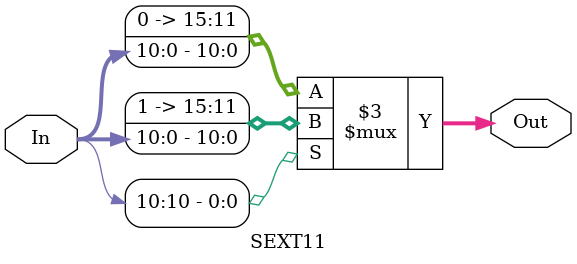
<source format=sv>
module SEXT11(	input logic [10:0]In,
					output logic[15:0]Out);
					
always_comb
begin
	if(In[10])
		Out <= {(5'b11111),In};
	else
		Out <= {(5'b00000),In};
end

endmodule

</source>
